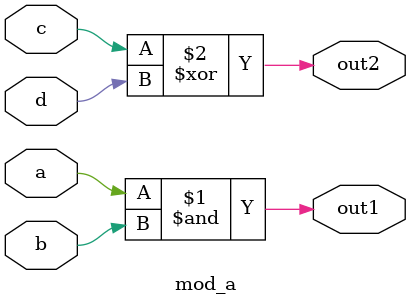
<source format=v>
module mod_a ( 
    input a, 
    input b, 
    input c,
    input d,
    output out1,
    output out2
);
  assign out1 = a&b;
  assign out2 = c^d;
endmodule

module top_module ( 
    input a, 
    input b, 
    input c,
    input d,
    output out1,
    output out2
);
    mod_a instance1 ( out1,out2, a, b, c, d);

endmodule

</source>
